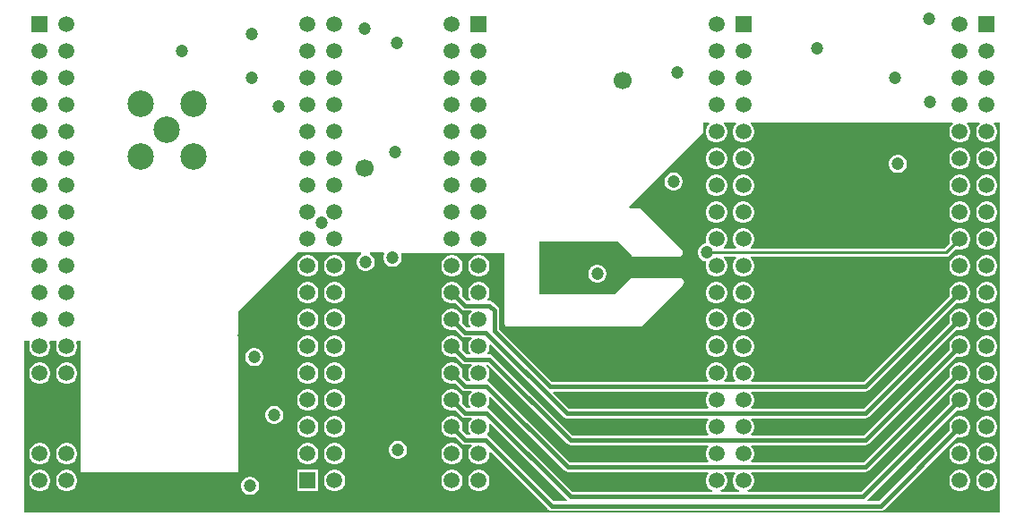
<source format=gbl>
G04*
G04 #@! TF.GenerationSoftware,Altium Limited,Altium Designer,22.4.2 (48)*
G04*
G04 Layer_Physical_Order=4*
G04 Layer_Color=16711680*
%FSLAX25Y25*%
%MOIN*%
G70*
G04*
G04 #@! TF.SameCoordinates,A1372B80-7F90-45E0-81BA-4B50B0F9D5F8*
G04*
G04*
G04 #@! TF.FilePolarity,Positive*
G04*
G01*
G75*
%ADD10C,0.00984*%
%ADD24C,0.01968*%
%ADD33C,0.01575*%
%ADD35C,0.05906*%
%ADD36R,0.05906X0.05906*%
%ADD37C,0.09843*%
%ADD38C,0.04724*%
%ADD39C,0.06693*%
G36*
X95500Y-181896D02*
X-267500D01*
Y-118000D01*
X-265734D01*
X-265448Y-118403D01*
X-265462Y-118500D01*
X-265724Y-119480D01*
Y-120520D01*
X-265455Y-121526D01*
X-264935Y-122427D01*
X-264199Y-123163D01*
X-263297Y-123683D01*
X-262292Y-123953D01*
X-261251D01*
X-260246Y-123683D01*
X-259345Y-123163D01*
X-258609Y-122427D01*
X-258088Y-121526D01*
X-257819Y-120520D01*
Y-119480D01*
X-258081Y-118500D01*
X-258095Y-118403D01*
X-257810Y-118000D01*
X-255734D01*
X-255448Y-118403D01*
X-255462Y-118500D01*
X-255724Y-119480D01*
Y-120520D01*
X-255455Y-121526D01*
X-254935Y-122427D01*
X-254199Y-123163D01*
X-253297Y-123683D01*
X-252292Y-123953D01*
X-251251D01*
X-250246Y-123683D01*
X-249345Y-123163D01*
X-248609Y-122427D01*
X-248088Y-121526D01*
X-247819Y-120520D01*
Y-119480D01*
X-248081Y-118500D01*
X-248095Y-118403D01*
X-247810Y-118000D01*
X-246500D01*
Y-167000D01*
X-188000D01*
Y-107000D01*
X-166000Y-85000D01*
X-142222Y-85035D01*
X-142089Y-85535D01*
X-142564Y-85810D01*
X-143190Y-86436D01*
X-143633Y-87202D01*
X-143862Y-88057D01*
Y-88943D01*
X-143633Y-89798D01*
X-143190Y-90564D01*
X-142564Y-91190D01*
X-141798Y-91633D01*
X-140943Y-91862D01*
X-140057D01*
X-139202Y-91633D01*
X-138436Y-91190D01*
X-137810Y-90564D01*
X-137367Y-89798D01*
X-137138Y-88943D01*
Y-88057D01*
X-137367Y-87202D01*
X-137810Y-86436D01*
X-138436Y-85810D01*
X-138903Y-85540D01*
X-138769Y-85040D01*
X-133755Y-85047D01*
X-133505Y-85480D01*
X-133633Y-85702D01*
X-133862Y-86557D01*
Y-87443D01*
X-133633Y-88298D01*
X-133190Y-89064D01*
X-132564Y-89690D01*
X-131798Y-90133D01*
X-130943Y-90362D01*
X-130057D01*
X-129202Y-90133D01*
X-128436Y-89690D01*
X-127810Y-89064D01*
X-127367Y-88298D01*
X-127138Y-87443D01*
Y-86557D01*
X-127367Y-85702D01*
X-127490Y-85489D01*
X-127240Y-85057D01*
X-116807Y-85072D01*
X-89029Y-85113D01*
Y-111000D01*
X-88913Y-111585D01*
X-88581Y-112081D01*
X-88085Y-112413D01*
X-87500Y-112529D01*
X-38500D01*
X-37915Y-112413D01*
X-37419Y-112081D01*
X-22419Y-97081D01*
X-22087Y-96585D01*
X-21971Y-96000D01*
X-22087Y-95415D01*
X-22419Y-94919D01*
X-22915Y-94587D01*
X-23500Y-94471D01*
X-41000D01*
X-41585Y-94587D01*
X-42081Y-94919D01*
X-47633Y-100471D01*
X-75971D01*
Y-81029D01*
X-46633D01*
X-41581Y-86081D01*
X-41085Y-86413D01*
X-40500Y-86529D01*
X-24000D01*
X-23415Y-86413D01*
X-22919Y-86081D01*
X-22587Y-85585D01*
X-22471Y-85000D01*
X-22587Y-84415D01*
X-22919Y-83919D01*
X-37919Y-68919D01*
X-38415Y-68587D01*
X-39000Y-68471D01*
X-42317D01*
X-42509Y-68009D01*
X-15000Y-40500D01*
X-15000Y-36500D01*
X-12797D01*
X-12590Y-37000D01*
X-13163Y-37573D01*
X-13683Y-38474D01*
X-13953Y-39480D01*
Y-40520D01*
X-13683Y-41526D01*
X-13163Y-42427D01*
X-12427Y-43163D01*
X-11526Y-43683D01*
X-10520Y-43953D01*
X-9480D01*
X-8474Y-43683D01*
X-7573Y-43163D01*
X-6837Y-42427D01*
X-6317Y-41526D01*
X-6047Y-40520D01*
Y-39480D01*
X-6317Y-38474D01*
X-6837Y-37573D01*
X-7410Y-37000D01*
X-7203Y-36500D01*
X-2797D01*
X-2590Y-37000D01*
X-3163Y-37573D01*
X-3683Y-38474D01*
X-3953Y-39480D01*
Y-40520D01*
X-3683Y-41526D01*
X-3163Y-42427D01*
X-2427Y-43163D01*
X-1526Y-43683D01*
X-520Y-43953D01*
X520D01*
X1526Y-43683D01*
X2427Y-43163D01*
X3163Y-42427D01*
X3683Y-41526D01*
X3953Y-40520D01*
Y-39480D01*
X3683Y-38474D01*
X3163Y-37573D01*
X2590Y-37000D01*
X2797Y-36500D01*
X77754D01*
X77961Y-37000D01*
X77388Y-37573D01*
X76868Y-38474D01*
X76598Y-39480D01*
Y-40520D01*
X76868Y-41526D01*
X77388Y-42427D01*
X78124Y-43163D01*
X79026Y-43683D01*
X80031Y-43953D01*
X81072D01*
X82077Y-43683D01*
X82978Y-43163D01*
X83714Y-42427D01*
X84235Y-41526D01*
X84504Y-40520D01*
Y-39480D01*
X84235Y-38474D01*
X83714Y-37573D01*
X83141Y-37000D01*
X83348Y-36500D01*
X87754D01*
X87961Y-37000D01*
X87388Y-37573D01*
X86868Y-38474D01*
X86598Y-39480D01*
Y-40520D01*
X86868Y-41526D01*
X87388Y-42427D01*
X88124Y-43163D01*
X89025Y-43683D01*
X90031Y-43953D01*
X91072D01*
X92077Y-43683D01*
X92978Y-43163D01*
X93714Y-42427D01*
X94235Y-41526D01*
X94504Y-40520D01*
Y-39480D01*
X94235Y-38474D01*
X93714Y-37573D01*
X93141Y-37000D01*
X93348Y-36500D01*
X95500D01*
Y-181896D01*
D02*
G37*
%LPC*%
G36*
X91072Y-46047D02*
X90031D01*
X89025Y-46317D01*
X88124Y-46837D01*
X87388Y-47573D01*
X86868Y-48474D01*
X86598Y-49480D01*
Y-50520D01*
X86868Y-51526D01*
X87388Y-52427D01*
X88124Y-53163D01*
X89025Y-53683D01*
X90031Y-53953D01*
X91072D01*
X92077Y-53683D01*
X92978Y-53163D01*
X93714Y-52427D01*
X94235Y-51526D01*
X94504Y-50520D01*
Y-49480D01*
X94235Y-48474D01*
X93714Y-47573D01*
X92978Y-46837D01*
X92077Y-46317D01*
X91072Y-46047D01*
D02*
G37*
G36*
X81072D02*
X80031D01*
X79026Y-46317D01*
X78124Y-46837D01*
X77388Y-47573D01*
X76868Y-48474D01*
X76598Y-49480D01*
Y-50520D01*
X76868Y-51526D01*
X77388Y-52427D01*
X78124Y-53163D01*
X79026Y-53683D01*
X80031Y-53953D01*
X81072D01*
X82077Y-53683D01*
X82978Y-53163D01*
X83714Y-52427D01*
X84235Y-51526D01*
X84504Y-50520D01*
Y-49480D01*
X84235Y-48474D01*
X83714Y-47573D01*
X82978Y-46837D01*
X82077Y-46317D01*
X81072Y-46047D01*
D02*
G37*
G36*
X520D02*
X-520D01*
X-1526Y-46317D01*
X-2427Y-46837D01*
X-3163Y-47573D01*
X-3683Y-48474D01*
X-3953Y-49480D01*
Y-50520D01*
X-3683Y-51526D01*
X-3163Y-52427D01*
X-2427Y-53163D01*
X-1526Y-53683D01*
X-520Y-53953D01*
X520D01*
X1526Y-53683D01*
X2427Y-53163D01*
X3163Y-52427D01*
X3683Y-51526D01*
X3953Y-50520D01*
Y-49480D01*
X3683Y-48474D01*
X3163Y-47573D01*
X2427Y-46837D01*
X1526Y-46317D01*
X520Y-46047D01*
D02*
G37*
G36*
X-9480D02*
X-10520D01*
X-11526Y-46317D01*
X-12427Y-46837D01*
X-13163Y-47573D01*
X-13683Y-48474D01*
X-13953Y-49480D01*
Y-50520D01*
X-13683Y-51526D01*
X-13163Y-52427D01*
X-12427Y-53163D01*
X-11526Y-53683D01*
X-10520Y-53953D01*
X-9480D01*
X-8474Y-53683D01*
X-7573Y-53163D01*
X-6837Y-52427D01*
X-6317Y-51526D01*
X-6047Y-50520D01*
Y-49480D01*
X-6317Y-48474D01*
X-6837Y-47573D01*
X-7573Y-46837D01*
X-8474Y-46317D01*
X-9480Y-46047D01*
D02*
G37*
G36*
X57943Y-48638D02*
X57057D01*
X56202Y-48867D01*
X55436Y-49310D01*
X54810Y-49936D01*
X54367Y-50702D01*
X54138Y-51557D01*
Y-52443D01*
X54367Y-53298D01*
X54810Y-54064D01*
X55436Y-54690D01*
X56202Y-55133D01*
X57057Y-55362D01*
X57943D01*
X58798Y-55133D01*
X59564Y-54690D01*
X60190Y-54064D01*
X60633Y-53298D01*
X60862Y-52443D01*
Y-51557D01*
X60633Y-50702D01*
X60190Y-49936D01*
X59564Y-49310D01*
X58798Y-48867D01*
X57943Y-48638D01*
D02*
G37*
G36*
X-25557Y-55154D02*
X-26443D01*
X-27298Y-55383D01*
X-28064Y-55825D01*
X-28690Y-56451D01*
X-29133Y-57218D01*
X-29362Y-58073D01*
Y-58958D01*
X-29133Y-59813D01*
X-28690Y-60580D01*
X-28064Y-61206D01*
X-27298Y-61649D01*
X-26443Y-61878D01*
X-25557D01*
X-24702Y-61649D01*
X-23936Y-61206D01*
X-23310Y-60580D01*
X-22867Y-59813D01*
X-22638Y-58958D01*
Y-58073D01*
X-22867Y-57218D01*
X-23310Y-56451D01*
X-23936Y-55825D01*
X-24702Y-55383D01*
X-25557Y-55154D01*
D02*
G37*
G36*
X91072Y-56047D02*
X90031D01*
X89025Y-56317D01*
X88124Y-56837D01*
X87388Y-57573D01*
X86868Y-58474D01*
X86598Y-59480D01*
Y-60520D01*
X86868Y-61526D01*
X87388Y-62427D01*
X88124Y-63163D01*
X89025Y-63683D01*
X90031Y-63953D01*
X91072D01*
X92077Y-63683D01*
X92978Y-63163D01*
X93714Y-62427D01*
X94235Y-61526D01*
X94504Y-60520D01*
Y-59480D01*
X94235Y-58474D01*
X93714Y-57573D01*
X92978Y-56837D01*
X92077Y-56317D01*
X91072Y-56047D01*
D02*
G37*
G36*
X81072D02*
X80031D01*
X79026Y-56317D01*
X78124Y-56837D01*
X77388Y-57573D01*
X76868Y-58474D01*
X76598Y-59480D01*
Y-60520D01*
X76868Y-61526D01*
X77388Y-62427D01*
X78124Y-63163D01*
X79026Y-63683D01*
X80031Y-63953D01*
X81072D01*
X82077Y-63683D01*
X82978Y-63163D01*
X83714Y-62427D01*
X84235Y-61526D01*
X84504Y-60520D01*
Y-59480D01*
X84235Y-58474D01*
X83714Y-57573D01*
X82978Y-56837D01*
X82077Y-56317D01*
X81072Y-56047D01*
D02*
G37*
G36*
X520D02*
X-520D01*
X-1526Y-56317D01*
X-2427Y-56837D01*
X-3163Y-57573D01*
X-3683Y-58474D01*
X-3953Y-59480D01*
Y-60520D01*
X-3683Y-61526D01*
X-3163Y-62427D01*
X-2427Y-63163D01*
X-1526Y-63683D01*
X-520Y-63953D01*
X520D01*
X1526Y-63683D01*
X2427Y-63163D01*
X3163Y-62427D01*
X3683Y-61526D01*
X3953Y-60520D01*
Y-59480D01*
X3683Y-58474D01*
X3163Y-57573D01*
X2427Y-56837D01*
X1526Y-56317D01*
X520Y-56047D01*
D02*
G37*
G36*
X-9480D02*
X-10520D01*
X-11526Y-56317D01*
X-12427Y-56837D01*
X-13163Y-57573D01*
X-13683Y-58474D01*
X-13953Y-59480D01*
Y-60520D01*
X-13683Y-61526D01*
X-13163Y-62427D01*
X-12427Y-63163D01*
X-11526Y-63683D01*
X-10520Y-63953D01*
X-9480D01*
X-8474Y-63683D01*
X-7573Y-63163D01*
X-6837Y-62427D01*
X-6317Y-61526D01*
X-6047Y-60520D01*
Y-59480D01*
X-6317Y-58474D01*
X-6837Y-57573D01*
X-7573Y-56837D01*
X-8474Y-56317D01*
X-9480Y-56047D01*
D02*
G37*
G36*
X91072Y-66047D02*
X90031D01*
X89025Y-66317D01*
X88124Y-66837D01*
X87388Y-67573D01*
X86868Y-68474D01*
X86598Y-69480D01*
Y-70520D01*
X86868Y-71526D01*
X87388Y-72427D01*
X88124Y-73163D01*
X89025Y-73683D01*
X90031Y-73953D01*
X91072D01*
X92077Y-73683D01*
X92978Y-73163D01*
X93714Y-72427D01*
X94235Y-71526D01*
X94504Y-70520D01*
Y-69480D01*
X94235Y-68474D01*
X93714Y-67573D01*
X92978Y-66837D01*
X92077Y-66317D01*
X91072Y-66047D01*
D02*
G37*
G36*
X81072D02*
X80031D01*
X79026Y-66317D01*
X78124Y-66837D01*
X77388Y-67573D01*
X76868Y-68474D01*
X76598Y-69480D01*
Y-70520D01*
X76868Y-71526D01*
X77388Y-72427D01*
X78124Y-73163D01*
X79026Y-73683D01*
X80031Y-73953D01*
X81072D01*
X82077Y-73683D01*
X82978Y-73163D01*
X83714Y-72427D01*
X84235Y-71526D01*
X84504Y-70520D01*
Y-69480D01*
X84235Y-68474D01*
X83714Y-67573D01*
X82978Y-66837D01*
X82077Y-66317D01*
X81072Y-66047D01*
D02*
G37*
G36*
X520D02*
X-520D01*
X-1526Y-66317D01*
X-2427Y-66837D01*
X-3163Y-67573D01*
X-3683Y-68474D01*
X-3953Y-69480D01*
Y-70520D01*
X-3683Y-71526D01*
X-3163Y-72427D01*
X-2427Y-73163D01*
X-1526Y-73683D01*
X-520Y-73953D01*
X520D01*
X1526Y-73683D01*
X2427Y-73163D01*
X3163Y-72427D01*
X3683Y-71526D01*
X3953Y-70520D01*
Y-69480D01*
X3683Y-68474D01*
X3163Y-67573D01*
X2427Y-66837D01*
X1526Y-66317D01*
X520Y-66047D01*
D02*
G37*
G36*
X-9480D02*
X-10520D01*
X-11526Y-66317D01*
X-12427Y-66837D01*
X-13163Y-67573D01*
X-13683Y-68474D01*
X-13953Y-69480D01*
Y-70520D01*
X-13683Y-71526D01*
X-13163Y-72427D01*
X-12427Y-73163D01*
X-11526Y-73683D01*
X-10520Y-73953D01*
X-9480D01*
X-8474Y-73683D01*
X-7573Y-73163D01*
X-6837Y-72427D01*
X-6317Y-71526D01*
X-6047Y-70520D01*
Y-69480D01*
X-6317Y-68474D01*
X-6837Y-67573D01*
X-7573Y-66837D01*
X-8474Y-66317D01*
X-9480Y-66047D01*
D02*
G37*
G36*
X81072Y-76047D02*
X80031D01*
X79026Y-76317D01*
X78124Y-76837D01*
X77388Y-77573D01*
X76868Y-78474D01*
X76598Y-79480D01*
Y-80520D01*
X76868Y-81526D01*
X76870Y-81530D01*
X74921Y-83479D01*
X2819D01*
X2611Y-82979D01*
X3163Y-82427D01*
X3683Y-81526D01*
X3953Y-80520D01*
Y-79480D01*
X3683Y-78474D01*
X3163Y-77573D01*
X2427Y-76837D01*
X1526Y-76317D01*
X520Y-76047D01*
X-520D01*
X-1526Y-76317D01*
X-2427Y-76837D01*
X-3163Y-77573D01*
X-3683Y-78474D01*
X-3953Y-79480D01*
Y-80520D01*
X-3683Y-81526D01*
X-3163Y-82427D01*
X-2611Y-82979D01*
X-2819Y-83479D01*
X-7181D01*
X-7389Y-82979D01*
X-6837Y-82427D01*
X-6317Y-81526D01*
X-6047Y-80520D01*
Y-79480D01*
X-6317Y-78474D01*
X-6837Y-77573D01*
X-7573Y-76837D01*
X-8474Y-76317D01*
X-9480Y-76047D01*
X-10520D01*
X-11526Y-76317D01*
X-12427Y-76837D01*
X-13163Y-77573D01*
X-13683Y-78474D01*
X-13953Y-79480D01*
Y-80520D01*
X-13787Y-81138D01*
X-13935Y-81617D01*
X-14128Y-81688D01*
X-14796Y-81867D01*
X-15563Y-82310D01*
X-16189Y-82936D01*
X-16632Y-83702D01*
X-16861Y-84557D01*
Y-85443D01*
X-16632Y-86298D01*
X-16189Y-87064D01*
X-15563Y-87690D01*
X-14796Y-88133D01*
X-14128Y-88312D01*
X-13935Y-88383D01*
X-13787Y-88862D01*
X-13953Y-89480D01*
Y-90520D01*
X-13683Y-91526D01*
X-13163Y-92427D01*
X-12427Y-93163D01*
X-11526Y-93683D01*
X-10520Y-93953D01*
X-9480D01*
X-8474Y-93683D01*
X-7573Y-93163D01*
X-6837Y-92427D01*
X-6317Y-91526D01*
X-6047Y-90520D01*
Y-89480D01*
X-6317Y-88474D01*
X-6837Y-87573D01*
X-7389Y-87021D01*
X-7181Y-86521D01*
X-2819D01*
X-2611Y-87021D01*
X-3163Y-87573D01*
X-3683Y-88474D01*
X-3953Y-89480D01*
Y-90520D01*
X-3683Y-91526D01*
X-3163Y-92427D01*
X-2427Y-93163D01*
X-1526Y-93683D01*
X-520Y-93953D01*
X520D01*
X1526Y-93683D01*
X2427Y-93163D01*
X3163Y-92427D01*
X3683Y-91526D01*
X3953Y-90520D01*
Y-89480D01*
X3683Y-88474D01*
X3163Y-87573D01*
X2611Y-87021D01*
X2819Y-86521D01*
X75551D01*
X76133Y-86405D01*
X76627Y-86076D01*
X79022Y-83681D01*
X79026Y-83683D01*
X80031Y-83953D01*
X81072D01*
X82077Y-83683D01*
X82978Y-83163D01*
X83714Y-82427D01*
X84235Y-81526D01*
X84504Y-80520D01*
Y-79480D01*
X84235Y-78474D01*
X83714Y-77573D01*
X82978Y-76837D01*
X82077Y-76317D01*
X81072Y-76047D01*
D02*
G37*
G36*
X91072D02*
X90031D01*
X89025Y-76317D01*
X88124Y-76837D01*
X87388Y-77573D01*
X86868Y-78474D01*
X86598Y-79480D01*
Y-80520D01*
X86868Y-81526D01*
X87388Y-82427D01*
X88124Y-83163D01*
X89025Y-83683D01*
X90031Y-83953D01*
X91072D01*
X92077Y-83683D01*
X92978Y-83163D01*
X93714Y-82427D01*
X94235Y-81526D01*
X94504Y-80520D01*
Y-79480D01*
X94235Y-78474D01*
X93714Y-77573D01*
X92978Y-76837D01*
X92077Y-76317D01*
X91072Y-76047D01*
D02*
G37*
G36*
Y-86047D02*
X90031D01*
X89025Y-86317D01*
X88124Y-86837D01*
X87388Y-87573D01*
X86868Y-88474D01*
X86598Y-89480D01*
Y-90520D01*
X86868Y-91526D01*
X87388Y-92427D01*
X88124Y-93163D01*
X89025Y-93683D01*
X90031Y-93953D01*
X91072D01*
X92077Y-93683D01*
X92978Y-93163D01*
X93714Y-92427D01*
X94235Y-91526D01*
X94504Y-90520D01*
Y-89480D01*
X94235Y-88474D01*
X93714Y-87573D01*
X92978Y-86837D01*
X92077Y-86317D01*
X91072Y-86047D01*
D02*
G37*
G36*
X81072D02*
X80031D01*
X79026Y-86317D01*
X78124Y-86837D01*
X77388Y-87573D01*
X76868Y-88474D01*
X76598Y-89480D01*
Y-90520D01*
X76868Y-91526D01*
X77388Y-92427D01*
X78124Y-93163D01*
X79026Y-93683D01*
X80031Y-93953D01*
X81072D01*
X82077Y-93683D01*
X82978Y-93163D01*
X83714Y-92427D01*
X84235Y-91526D01*
X84504Y-90520D01*
Y-89480D01*
X84235Y-88474D01*
X83714Y-87573D01*
X82978Y-86837D01*
X82077Y-86317D01*
X81072Y-86047D01*
D02*
G37*
G36*
X-97905D02*
X-98946D01*
X-99951Y-86317D01*
X-100852Y-86837D01*
X-101588Y-87573D01*
X-102109Y-88474D01*
X-102378Y-89480D01*
Y-90520D01*
X-102109Y-91526D01*
X-101588Y-92427D01*
X-100852Y-93163D01*
X-99951Y-93683D01*
X-98946Y-93953D01*
X-97905D01*
X-96899Y-93683D01*
X-95998Y-93163D01*
X-95262Y-92427D01*
X-94742Y-91526D01*
X-94472Y-90520D01*
Y-89480D01*
X-94742Y-88474D01*
X-95262Y-87573D01*
X-95998Y-86837D01*
X-96899Y-86317D01*
X-97905Y-86047D01*
D02*
G37*
G36*
X-107905D02*
X-108946D01*
X-109951Y-86317D01*
X-110852Y-86837D01*
X-111588Y-87573D01*
X-112109Y-88474D01*
X-112378Y-89480D01*
Y-90520D01*
X-112109Y-91526D01*
X-111588Y-92427D01*
X-110852Y-93163D01*
X-109951Y-93683D01*
X-108946Y-93953D01*
X-107905D01*
X-106899Y-93683D01*
X-105998Y-93163D01*
X-105262Y-92427D01*
X-104742Y-91526D01*
X-104472Y-90520D01*
Y-89480D01*
X-104742Y-88474D01*
X-105262Y-87573D01*
X-105998Y-86837D01*
X-106899Y-86317D01*
X-107905Y-86047D01*
D02*
G37*
G36*
X-151567D02*
X-152607D01*
X-153613Y-86317D01*
X-154514Y-86837D01*
X-155250Y-87573D01*
X-155770Y-88474D01*
X-156040Y-89480D01*
Y-90520D01*
X-155770Y-91526D01*
X-155250Y-92427D01*
X-154514Y-93163D01*
X-153613Y-93683D01*
X-152607Y-93953D01*
X-151567D01*
X-150561Y-93683D01*
X-149660Y-93163D01*
X-148924Y-92427D01*
X-148404Y-91526D01*
X-148134Y-90520D01*
Y-89480D01*
X-148404Y-88474D01*
X-148924Y-87573D01*
X-149660Y-86837D01*
X-150561Y-86317D01*
X-151567Y-86047D01*
D02*
G37*
G36*
X-161566D02*
X-162607D01*
X-163613Y-86317D01*
X-164514Y-86837D01*
X-165250Y-87573D01*
X-165770Y-88474D01*
X-166040Y-89480D01*
Y-90520D01*
X-165770Y-91526D01*
X-165250Y-92427D01*
X-164514Y-93163D01*
X-163613Y-93683D01*
X-162607Y-93953D01*
X-161566D01*
X-160561Y-93683D01*
X-159660Y-93163D01*
X-158924Y-92427D01*
X-158404Y-91526D01*
X-158134Y-90520D01*
Y-89480D01*
X-158404Y-88474D01*
X-158924Y-87573D01*
X-159660Y-86837D01*
X-160561Y-86317D01*
X-161566Y-86047D01*
D02*
G37*
G36*
X-53922Y-89502D02*
X-54807D01*
X-55662Y-89731D01*
X-56429Y-90174D01*
X-57055Y-90800D01*
X-57497Y-91566D01*
X-57726Y-92422D01*
Y-93307D01*
X-57497Y-94162D01*
X-57055Y-94929D01*
X-56429Y-95555D01*
X-55662Y-95997D01*
X-54807Y-96226D01*
X-53922D01*
X-53066Y-95997D01*
X-52300Y-95555D01*
X-51674Y-94929D01*
X-51231Y-94162D01*
X-51002Y-93307D01*
Y-92422D01*
X-51231Y-91566D01*
X-51674Y-90800D01*
X-52300Y-90174D01*
X-53066Y-89731D01*
X-53922Y-89502D01*
D02*
G37*
G36*
X91072Y-96047D02*
X90031D01*
X89025Y-96317D01*
X88124Y-96837D01*
X87388Y-97573D01*
X86868Y-98474D01*
X86598Y-99480D01*
Y-100520D01*
X86868Y-101526D01*
X87388Y-102427D01*
X88124Y-103163D01*
X89025Y-103683D01*
X90031Y-103953D01*
X91072D01*
X92077Y-103683D01*
X92978Y-103163D01*
X93714Y-102427D01*
X94235Y-101526D01*
X94504Y-100520D01*
Y-99480D01*
X94235Y-98474D01*
X93714Y-97573D01*
X92978Y-96837D01*
X92077Y-96317D01*
X91072Y-96047D01*
D02*
G37*
G36*
X520D02*
X-520D01*
X-1526Y-96317D01*
X-2427Y-96837D01*
X-3163Y-97573D01*
X-3683Y-98474D01*
X-3953Y-99480D01*
Y-100520D01*
X-3683Y-101526D01*
X-3163Y-102427D01*
X-2427Y-103163D01*
X-1526Y-103683D01*
X-520Y-103953D01*
X520D01*
X1526Y-103683D01*
X2427Y-103163D01*
X3163Y-102427D01*
X3683Y-101526D01*
X3953Y-100520D01*
Y-99480D01*
X3683Y-98474D01*
X3163Y-97573D01*
X2427Y-96837D01*
X1526Y-96317D01*
X520Y-96047D01*
D02*
G37*
G36*
X-9480D02*
X-10520D01*
X-11526Y-96317D01*
X-12427Y-96837D01*
X-13163Y-97573D01*
X-13683Y-98474D01*
X-13953Y-99480D01*
Y-100520D01*
X-13683Y-101526D01*
X-13163Y-102427D01*
X-12427Y-103163D01*
X-11526Y-103683D01*
X-10520Y-103953D01*
X-9480D01*
X-8474Y-103683D01*
X-7573Y-103163D01*
X-6837Y-102427D01*
X-6317Y-101526D01*
X-6047Y-100520D01*
Y-99480D01*
X-6317Y-98474D01*
X-6837Y-97573D01*
X-7573Y-96837D01*
X-8474Y-96317D01*
X-9480Y-96047D01*
D02*
G37*
G36*
X-151567D02*
X-152607D01*
X-153613Y-96317D01*
X-154514Y-96837D01*
X-155250Y-97573D01*
X-155770Y-98474D01*
X-156040Y-99480D01*
Y-100520D01*
X-155770Y-101526D01*
X-155250Y-102427D01*
X-154514Y-103163D01*
X-153613Y-103683D01*
X-152607Y-103953D01*
X-151567D01*
X-150561Y-103683D01*
X-149660Y-103163D01*
X-148924Y-102427D01*
X-148404Y-101526D01*
X-148134Y-100520D01*
Y-99480D01*
X-148404Y-98474D01*
X-148924Y-97573D01*
X-149660Y-96837D01*
X-150561Y-96317D01*
X-151567Y-96047D01*
D02*
G37*
G36*
X-161566D02*
X-162607D01*
X-163613Y-96317D01*
X-164514Y-96837D01*
X-165250Y-97573D01*
X-165770Y-98474D01*
X-166040Y-99480D01*
Y-100520D01*
X-165770Y-101526D01*
X-165250Y-102427D01*
X-164514Y-103163D01*
X-163613Y-103683D01*
X-162607Y-103953D01*
X-161566D01*
X-160561Y-103683D01*
X-159660Y-103163D01*
X-158924Y-102427D01*
X-158404Y-101526D01*
X-158134Y-100520D01*
Y-99480D01*
X-158404Y-98474D01*
X-158924Y-97573D01*
X-159660Y-96837D01*
X-160561Y-96317D01*
X-161566Y-96047D01*
D02*
G37*
G36*
X91072Y-106047D02*
X90031D01*
X89025Y-106317D01*
X88124Y-106837D01*
X87388Y-107573D01*
X86868Y-108474D01*
X86598Y-109480D01*
Y-110520D01*
X86868Y-111526D01*
X87388Y-112427D01*
X88124Y-113163D01*
X89025Y-113683D01*
X90031Y-113953D01*
X91072D01*
X92077Y-113683D01*
X92978Y-113163D01*
X93714Y-112427D01*
X94235Y-111526D01*
X94504Y-110520D01*
Y-109480D01*
X94235Y-108474D01*
X93714Y-107573D01*
X92978Y-106837D01*
X92077Y-106317D01*
X91072Y-106047D01*
D02*
G37*
G36*
X520D02*
X-520D01*
X-1526Y-106317D01*
X-2427Y-106837D01*
X-3163Y-107573D01*
X-3683Y-108474D01*
X-3953Y-109480D01*
Y-110520D01*
X-3683Y-111526D01*
X-3163Y-112427D01*
X-2427Y-113163D01*
X-1526Y-113683D01*
X-520Y-113953D01*
X520D01*
X1526Y-113683D01*
X2427Y-113163D01*
X3163Y-112427D01*
X3683Y-111526D01*
X3953Y-110520D01*
Y-109480D01*
X3683Y-108474D01*
X3163Y-107573D01*
X2427Y-106837D01*
X1526Y-106317D01*
X520Y-106047D01*
D02*
G37*
G36*
X-9480D02*
X-10520D01*
X-11526Y-106317D01*
X-12427Y-106837D01*
X-13163Y-107573D01*
X-13683Y-108474D01*
X-13953Y-109480D01*
Y-110520D01*
X-13683Y-111526D01*
X-13163Y-112427D01*
X-12427Y-113163D01*
X-11526Y-113683D01*
X-10520Y-113953D01*
X-9480D01*
X-8474Y-113683D01*
X-7573Y-113163D01*
X-6837Y-112427D01*
X-6317Y-111526D01*
X-6047Y-110520D01*
Y-109480D01*
X-6317Y-108474D01*
X-6837Y-107573D01*
X-7573Y-106837D01*
X-8474Y-106317D01*
X-9480Y-106047D01*
D02*
G37*
G36*
X-151567D02*
X-152607D01*
X-153613Y-106317D01*
X-154514Y-106837D01*
X-155250Y-107573D01*
X-155770Y-108474D01*
X-156040Y-109480D01*
Y-110520D01*
X-155770Y-111526D01*
X-155250Y-112427D01*
X-154514Y-113163D01*
X-153613Y-113683D01*
X-152607Y-113953D01*
X-151567D01*
X-150561Y-113683D01*
X-149660Y-113163D01*
X-148924Y-112427D01*
X-148404Y-111526D01*
X-148134Y-110520D01*
Y-109480D01*
X-148404Y-108474D01*
X-148924Y-107573D01*
X-149660Y-106837D01*
X-150561Y-106317D01*
X-151567Y-106047D01*
D02*
G37*
G36*
X-161566D02*
X-162607D01*
X-163613Y-106317D01*
X-164514Y-106837D01*
X-165250Y-107573D01*
X-165770Y-108474D01*
X-166040Y-109480D01*
Y-110520D01*
X-165770Y-111526D01*
X-165250Y-112427D01*
X-164514Y-113163D01*
X-163613Y-113683D01*
X-162607Y-113953D01*
X-161566D01*
X-160561Y-113683D01*
X-159660Y-113163D01*
X-158924Y-112427D01*
X-158404Y-111526D01*
X-158134Y-110520D01*
Y-109480D01*
X-158404Y-108474D01*
X-158924Y-107573D01*
X-159660Y-106837D01*
X-160561Y-106317D01*
X-161566Y-106047D01*
D02*
G37*
G36*
X91072Y-116047D02*
X90031D01*
X89025Y-116317D01*
X88124Y-116837D01*
X87388Y-117573D01*
X86868Y-118474D01*
X86598Y-119480D01*
Y-120520D01*
X86868Y-121526D01*
X87388Y-122427D01*
X88124Y-123163D01*
X89025Y-123683D01*
X90031Y-123953D01*
X91072D01*
X92077Y-123683D01*
X92978Y-123163D01*
X93714Y-122427D01*
X94235Y-121526D01*
X94504Y-120520D01*
Y-119480D01*
X94235Y-118474D01*
X93714Y-117573D01*
X92978Y-116837D01*
X92077Y-116317D01*
X91072Y-116047D01*
D02*
G37*
G36*
X520D02*
X-520D01*
X-1526Y-116317D01*
X-2427Y-116837D01*
X-3163Y-117573D01*
X-3683Y-118474D01*
X-3953Y-119480D01*
Y-120520D01*
X-3683Y-121526D01*
X-3163Y-122427D01*
X-2427Y-123163D01*
X-1526Y-123683D01*
X-520Y-123953D01*
X520D01*
X1526Y-123683D01*
X2427Y-123163D01*
X3163Y-122427D01*
X3683Y-121526D01*
X3953Y-120520D01*
Y-119480D01*
X3683Y-118474D01*
X3163Y-117573D01*
X2427Y-116837D01*
X1526Y-116317D01*
X520Y-116047D01*
D02*
G37*
G36*
X-9480D02*
X-10520D01*
X-11526Y-116317D01*
X-12427Y-116837D01*
X-13163Y-117573D01*
X-13683Y-118474D01*
X-13953Y-119480D01*
Y-120520D01*
X-13683Y-121526D01*
X-13163Y-122427D01*
X-12427Y-123163D01*
X-11526Y-123683D01*
X-10520Y-123953D01*
X-9480D01*
X-8474Y-123683D01*
X-7573Y-123163D01*
X-6837Y-122427D01*
X-6317Y-121526D01*
X-6047Y-120520D01*
Y-119480D01*
X-6317Y-118474D01*
X-6837Y-117573D01*
X-7573Y-116837D01*
X-8474Y-116317D01*
X-9480Y-116047D01*
D02*
G37*
G36*
X-151567D02*
X-152607D01*
X-153613Y-116317D01*
X-154514Y-116837D01*
X-155250Y-117573D01*
X-155770Y-118474D01*
X-156040Y-119480D01*
Y-120520D01*
X-155770Y-121526D01*
X-155250Y-122427D01*
X-154514Y-123163D01*
X-153613Y-123683D01*
X-152607Y-123953D01*
X-151567D01*
X-150561Y-123683D01*
X-149660Y-123163D01*
X-148924Y-122427D01*
X-148404Y-121526D01*
X-148134Y-120520D01*
Y-119480D01*
X-148404Y-118474D01*
X-148924Y-117573D01*
X-149660Y-116837D01*
X-150561Y-116317D01*
X-151567Y-116047D01*
D02*
G37*
G36*
X-161566D02*
X-162607D01*
X-163613Y-116317D01*
X-164514Y-116837D01*
X-165250Y-117573D01*
X-165770Y-118474D01*
X-166040Y-119480D01*
Y-120520D01*
X-165770Y-121526D01*
X-165250Y-122427D01*
X-164514Y-123163D01*
X-163613Y-123683D01*
X-162607Y-123953D01*
X-161566D01*
X-160561Y-123683D01*
X-159660Y-123163D01*
X-158924Y-122427D01*
X-158404Y-121526D01*
X-158134Y-120520D01*
Y-119480D01*
X-158404Y-118474D01*
X-158924Y-117573D01*
X-159660Y-116837D01*
X-160561Y-116317D01*
X-161566Y-116047D01*
D02*
G37*
G36*
X-181557Y-120638D02*
X-182443D01*
X-183298Y-120867D01*
X-184064Y-121310D01*
X-184690Y-121936D01*
X-185133Y-122702D01*
X-185362Y-123557D01*
Y-124443D01*
X-185133Y-125298D01*
X-184690Y-126064D01*
X-184064Y-126690D01*
X-183298Y-127133D01*
X-182443Y-127362D01*
X-181557D01*
X-180702Y-127133D01*
X-179936Y-126690D01*
X-179310Y-126064D01*
X-178867Y-125298D01*
X-178638Y-124443D01*
Y-123557D01*
X-178867Y-122702D01*
X-179310Y-121936D01*
X-179936Y-121310D01*
X-180702Y-120867D01*
X-181557Y-120638D01*
D02*
G37*
G36*
X81072Y-96047D02*
X80031D01*
X79026Y-96317D01*
X78124Y-96837D01*
X77388Y-97573D01*
X76868Y-98474D01*
X76598Y-99480D01*
Y-100520D01*
X76779Y-101195D01*
X44796Y-133178D01*
X3120D01*
X2912Y-132678D01*
X3163Y-132427D01*
X3683Y-131526D01*
X3953Y-130520D01*
Y-129480D01*
X3683Y-128474D01*
X3163Y-127573D01*
X2427Y-126837D01*
X1526Y-126317D01*
X520Y-126047D01*
X-520D01*
X-1526Y-126317D01*
X-2427Y-126837D01*
X-3163Y-127573D01*
X-3683Y-128474D01*
X-3953Y-129480D01*
Y-130520D01*
X-3683Y-131526D01*
X-3163Y-132427D01*
X-2912Y-132678D01*
X-3120Y-133178D01*
X-6880D01*
X-7087Y-132678D01*
X-6837Y-132427D01*
X-6317Y-131526D01*
X-6047Y-130520D01*
Y-129480D01*
X-6317Y-128474D01*
X-6837Y-127573D01*
X-7573Y-126837D01*
X-8474Y-126317D01*
X-9480Y-126047D01*
X-10520D01*
X-11526Y-126317D01*
X-12427Y-126837D01*
X-13163Y-127573D01*
X-13683Y-128474D01*
X-13953Y-129480D01*
Y-130520D01*
X-13683Y-131526D01*
X-13163Y-132427D01*
X-12912Y-132678D01*
X-13120Y-133178D01*
X-71245D01*
X-90790Y-113633D01*
Y-106612D01*
X-90790Y-106612D01*
X-90929Y-105915D01*
X-91324Y-105324D01*
X-91324Y-105324D01*
X-93211Y-103436D01*
X-93803Y-103041D01*
X-94500Y-102902D01*
X-94500Y-102902D01*
X-95084D01*
X-95181Y-102666D01*
X-95248Y-102402D01*
X-94742Y-101526D01*
X-94472Y-100520D01*
Y-99480D01*
X-94742Y-98474D01*
X-95262Y-97573D01*
X-95998Y-96837D01*
X-96899Y-96317D01*
X-97905Y-96047D01*
X-98946D01*
X-99951Y-96317D01*
X-100852Y-96837D01*
X-101588Y-97573D01*
X-102109Y-98474D01*
X-102378Y-99480D01*
Y-100520D01*
X-102109Y-101526D01*
X-101603Y-102402D01*
X-101669Y-102666D01*
X-101767Y-102902D01*
X-102946D01*
X-104653Y-101195D01*
X-104472Y-100520D01*
Y-99480D01*
X-104742Y-98474D01*
X-105262Y-97573D01*
X-105998Y-96837D01*
X-106899Y-96317D01*
X-107905Y-96047D01*
X-108946D01*
X-109951Y-96317D01*
X-110852Y-96837D01*
X-111588Y-97573D01*
X-112109Y-98474D01*
X-112378Y-99480D01*
Y-100520D01*
X-112109Y-101526D01*
X-111588Y-102427D01*
X-110852Y-103163D01*
X-109951Y-103683D01*
X-108946Y-103953D01*
X-107905D01*
X-107230Y-103772D01*
X-104990Y-106013D01*
X-104989Y-106013D01*
X-104398Y-106408D01*
X-103701Y-106547D01*
X-101269D01*
X-101062Y-107047D01*
X-101588Y-107573D01*
X-102109Y-108474D01*
X-102378Y-109480D01*
Y-110520D01*
X-102109Y-111526D01*
X-101603Y-112402D01*
X-101669Y-112666D01*
X-101767Y-112902D01*
X-102946D01*
X-104653Y-111195D01*
X-104472Y-110520D01*
Y-109480D01*
X-104742Y-108474D01*
X-105262Y-107573D01*
X-105998Y-106837D01*
X-106899Y-106317D01*
X-107905Y-106047D01*
X-108946D01*
X-109951Y-106317D01*
X-110852Y-106837D01*
X-111588Y-107573D01*
X-112109Y-108474D01*
X-112378Y-109480D01*
Y-110520D01*
X-112109Y-111526D01*
X-111588Y-112427D01*
X-110852Y-113163D01*
X-109951Y-113683D01*
X-108946Y-113953D01*
X-107905D01*
X-107230Y-113772D01*
X-104990Y-116013D01*
X-104989Y-116013D01*
X-104398Y-116408D01*
X-103701Y-116547D01*
X-101269D01*
X-101062Y-117047D01*
X-101588Y-117573D01*
X-102109Y-118474D01*
X-102378Y-119480D01*
Y-120520D01*
X-102109Y-121526D01*
X-101603Y-122402D01*
X-101669Y-122667D01*
X-101767Y-122902D01*
X-102946D01*
X-104653Y-121195D01*
X-104472Y-120520D01*
Y-119480D01*
X-104742Y-118474D01*
X-105262Y-117573D01*
X-105998Y-116837D01*
X-106899Y-116317D01*
X-107905Y-116047D01*
X-108946D01*
X-109951Y-116317D01*
X-110852Y-116837D01*
X-111588Y-117573D01*
X-112109Y-118474D01*
X-112378Y-119480D01*
Y-120520D01*
X-112109Y-121526D01*
X-111588Y-122427D01*
X-110852Y-123163D01*
X-109951Y-123683D01*
X-108946Y-123953D01*
X-107905D01*
X-107230Y-123772D01*
X-104990Y-126013D01*
X-104989Y-126013D01*
X-104398Y-126408D01*
X-103701Y-126547D01*
X-101269D01*
X-101062Y-127047D01*
X-101588Y-127573D01*
X-102109Y-128474D01*
X-102378Y-129480D01*
Y-130520D01*
X-102109Y-131526D01*
X-101603Y-132402D01*
X-101669Y-132667D01*
X-101767Y-132902D01*
X-102946D01*
X-104653Y-131195D01*
X-104472Y-130520D01*
Y-129480D01*
X-104742Y-128474D01*
X-105262Y-127573D01*
X-105998Y-126837D01*
X-106899Y-126317D01*
X-107905Y-126047D01*
X-108946D01*
X-109951Y-126317D01*
X-110852Y-126837D01*
X-111588Y-127573D01*
X-112109Y-128474D01*
X-112378Y-129480D01*
Y-130520D01*
X-112109Y-131526D01*
X-111588Y-132427D01*
X-110852Y-133163D01*
X-109951Y-133683D01*
X-108946Y-133953D01*
X-107905D01*
X-107230Y-133772D01*
X-104990Y-136013D01*
X-104989Y-136013D01*
X-104398Y-136408D01*
X-103701Y-136547D01*
X-101269D01*
X-101062Y-137047D01*
X-101588Y-137573D01*
X-102109Y-138474D01*
X-102378Y-139480D01*
Y-140520D01*
X-102109Y-141526D01*
X-101603Y-142402D01*
X-101669Y-142666D01*
X-101767Y-142902D01*
X-102946D01*
X-104653Y-141195D01*
X-104472Y-140520D01*
Y-139480D01*
X-104742Y-138474D01*
X-105262Y-137573D01*
X-105998Y-136837D01*
X-106899Y-136317D01*
X-107905Y-136047D01*
X-108946D01*
X-109951Y-136317D01*
X-110852Y-136837D01*
X-111588Y-137573D01*
X-112109Y-138474D01*
X-112378Y-139480D01*
Y-140520D01*
X-112109Y-141526D01*
X-111588Y-142427D01*
X-110852Y-143163D01*
X-109951Y-143683D01*
X-108946Y-143953D01*
X-107905D01*
X-107230Y-143772D01*
X-104990Y-146013D01*
X-104989Y-146013D01*
X-104398Y-146408D01*
X-103701Y-146547D01*
X-101269D01*
X-101062Y-147047D01*
X-101588Y-147573D01*
X-102109Y-148474D01*
X-102378Y-149480D01*
Y-150520D01*
X-102109Y-151526D01*
X-101603Y-152402D01*
X-101669Y-152666D01*
X-101767Y-152902D01*
X-102946D01*
X-104653Y-151195D01*
X-104472Y-150520D01*
Y-149480D01*
X-104742Y-148474D01*
X-105262Y-147573D01*
X-105998Y-146837D01*
X-106899Y-146317D01*
X-107905Y-146047D01*
X-108946D01*
X-109951Y-146317D01*
X-110852Y-146837D01*
X-111588Y-147573D01*
X-112109Y-148474D01*
X-112378Y-149480D01*
Y-150520D01*
X-112109Y-151526D01*
X-111588Y-152427D01*
X-110852Y-153163D01*
X-109951Y-153683D01*
X-108946Y-153953D01*
X-107905D01*
X-107230Y-153772D01*
X-104990Y-156013D01*
X-104989Y-156013D01*
X-104398Y-156408D01*
X-103701Y-156547D01*
X-101269D01*
X-101062Y-157047D01*
X-101588Y-157573D01*
X-102109Y-158474D01*
X-102378Y-159480D01*
Y-160520D01*
X-102109Y-161526D01*
X-101588Y-162427D01*
X-100852Y-163163D01*
X-99951Y-163683D01*
X-98946Y-163953D01*
X-97905D01*
X-96899Y-163683D01*
X-95998Y-163163D01*
X-95262Y-162427D01*
X-94742Y-161526D01*
X-94472Y-160520D01*
Y-159536D01*
X-94213Y-159330D01*
X-94060Y-159242D01*
X-72513Y-180789D01*
X-72513Y-180789D01*
X-71922Y-181184D01*
X-71224Y-181322D01*
X-71224Y-181322D01*
X51051D01*
X51051Y-181322D01*
X51749Y-181184D01*
X52340Y-180789D01*
X79356Y-153772D01*
X80031Y-153953D01*
X81072D01*
X82077Y-153683D01*
X82978Y-153163D01*
X83714Y-152427D01*
X84235Y-151526D01*
X84504Y-150520D01*
Y-149480D01*
X84235Y-148474D01*
X83714Y-147573D01*
X82978Y-146837D01*
X82077Y-146317D01*
X81072Y-146047D01*
X80031D01*
X79026Y-146317D01*
X78124Y-146837D01*
X77388Y-147573D01*
X76868Y-148474D01*
X76598Y-149480D01*
Y-150520D01*
X76779Y-151195D01*
X50296Y-177678D01*
X46108D01*
X45951Y-177178D01*
X79356Y-143772D01*
X80031Y-143953D01*
X81072D01*
X82077Y-143683D01*
X82978Y-143163D01*
X83714Y-142427D01*
X84235Y-141526D01*
X84504Y-140520D01*
Y-139480D01*
X84235Y-138474D01*
X83714Y-137573D01*
X82978Y-136837D01*
X82077Y-136317D01*
X81072Y-136047D01*
X80031D01*
X79026Y-136317D01*
X78124Y-136837D01*
X77388Y-137573D01*
X76868Y-138474D01*
X76598Y-139480D01*
Y-140520D01*
X76779Y-141195D01*
X43796Y-174178D01*
X1613D01*
X1526Y-173683D01*
X2427Y-173163D01*
X3163Y-172427D01*
X3683Y-171526D01*
X3953Y-170520D01*
Y-169480D01*
X3683Y-168474D01*
X3163Y-167573D01*
X2912Y-167322D01*
X3120Y-166822D01*
X45551D01*
X45551Y-166822D01*
X46249Y-166684D01*
X46840Y-166289D01*
X79356Y-133772D01*
X80031Y-133953D01*
X81072D01*
X82077Y-133683D01*
X82978Y-133163D01*
X83714Y-132427D01*
X84235Y-131526D01*
X84504Y-130520D01*
Y-129480D01*
X84235Y-128474D01*
X83714Y-127573D01*
X82978Y-126837D01*
X82077Y-126317D01*
X81072Y-126047D01*
X80031D01*
X79026Y-126317D01*
X78124Y-126837D01*
X77388Y-127573D01*
X76868Y-128474D01*
X76598Y-129480D01*
Y-130520D01*
X76779Y-131195D01*
X44796Y-163178D01*
X3120D01*
X2912Y-162678D01*
X3163Y-162427D01*
X3683Y-161526D01*
X3953Y-160520D01*
Y-159480D01*
X3683Y-158474D01*
X3163Y-157573D01*
X2912Y-157322D01*
X3120Y-156822D01*
X45551D01*
X45551Y-156822D01*
X46249Y-156684D01*
X46840Y-156289D01*
X79356Y-123772D01*
X80031Y-123953D01*
X81072D01*
X82077Y-123683D01*
X82978Y-123163D01*
X83714Y-122427D01*
X84235Y-121526D01*
X84504Y-120520D01*
Y-119480D01*
X84235Y-118474D01*
X83714Y-117573D01*
X82978Y-116837D01*
X82077Y-116317D01*
X81072Y-116047D01*
X80031D01*
X79026Y-116317D01*
X78124Y-116837D01*
X77388Y-117573D01*
X76868Y-118474D01*
X76598Y-119480D01*
Y-120520D01*
X76779Y-121195D01*
X44796Y-153178D01*
X3120D01*
X2912Y-152678D01*
X3163Y-152427D01*
X3683Y-151526D01*
X3953Y-150520D01*
Y-149480D01*
X3683Y-148474D01*
X3163Y-147573D01*
X2912Y-147322D01*
X3120Y-146822D01*
X45551D01*
X45551Y-146822D01*
X46249Y-146684D01*
X46840Y-146289D01*
X79356Y-113772D01*
X80031Y-113953D01*
X81072D01*
X82077Y-113683D01*
X82978Y-113163D01*
X83714Y-112427D01*
X84235Y-111526D01*
X84504Y-110520D01*
Y-109480D01*
X84235Y-108474D01*
X83714Y-107573D01*
X82978Y-106837D01*
X82077Y-106317D01*
X81072Y-106047D01*
X80031D01*
X79026Y-106317D01*
X78124Y-106837D01*
X77388Y-107573D01*
X76868Y-108474D01*
X76598Y-109480D01*
Y-110520D01*
X76779Y-111195D01*
X44796Y-143178D01*
X3120D01*
X2912Y-142678D01*
X3163Y-142427D01*
X3683Y-141526D01*
X3953Y-140520D01*
Y-139480D01*
X3683Y-138474D01*
X3163Y-137573D01*
X2912Y-137322D01*
X3120Y-136822D01*
X45551D01*
X45551Y-136822D01*
X46249Y-136684D01*
X46840Y-136289D01*
X79356Y-103772D01*
X80031Y-103953D01*
X81072D01*
X82077Y-103683D01*
X82978Y-103163D01*
X83714Y-102427D01*
X84235Y-101526D01*
X84504Y-100520D01*
Y-99480D01*
X84235Y-98474D01*
X83714Y-97573D01*
X82978Y-96837D01*
X82077Y-96317D01*
X81072Y-96047D01*
D02*
G37*
G36*
X91072Y-126047D02*
X90031D01*
X89025Y-126317D01*
X88124Y-126837D01*
X87388Y-127573D01*
X86868Y-128474D01*
X86598Y-129480D01*
Y-130520D01*
X86868Y-131526D01*
X87388Y-132427D01*
X88124Y-133163D01*
X89025Y-133683D01*
X90031Y-133953D01*
X91072D01*
X92077Y-133683D01*
X92978Y-133163D01*
X93714Y-132427D01*
X94235Y-131526D01*
X94504Y-130520D01*
Y-129480D01*
X94235Y-128474D01*
X93714Y-127573D01*
X92978Y-126837D01*
X92077Y-126317D01*
X91072Y-126047D01*
D02*
G37*
G36*
X-151567D02*
X-152607D01*
X-153613Y-126317D01*
X-154514Y-126837D01*
X-155250Y-127573D01*
X-155770Y-128474D01*
X-156040Y-129480D01*
Y-130520D01*
X-155770Y-131526D01*
X-155250Y-132427D01*
X-154514Y-133163D01*
X-153613Y-133683D01*
X-152607Y-133953D01*
X-151567D01*
X-150561Y-133683D01*
X-149660Y-133163D01*
X-148924Y-132427D01*
X-148404Y-131526D01*
X-148134Y-130520D01*
Y-129480D01*
X-148404Y-128474D01*
X-148924Y-127573D01*
X-149660Y-126837D01*
X-150561Y-126317D01*
X-151567Y-126047D01*
D02*
G37*
G36*
X-161566D02*
X-162607D01*
X-163613Y-126317D01*
X-164514Y-126837D01*
X-165250Y-127573D01*
X-165770Y-128474D01*
X-166040Y-129480D01*
Y-130520D01*
X-165770Y-131526D01*
X-165250Y-132427D01*
X-164514Y-133163D01*
X-163613Y-133683D01*
X-162607Y-133953D01*
X-161566D01*
X-160561Y-133683D01*
X-159660Y-133163D01*
X-158924Y-132427D01*
X-158404Y-131526D01*
X-158134Y-130520D01*
Y-129480D01*
X-158404Y-128474D01*
X-158924Y-127573D01*
X-159660Y-126837D01*
X-160561Y-126317D01*
X-161566Y-126047D01*
D02*
G37*
G36*
X-251251D02*
X-252292D01*
X-253297Y-126317D01*
X-254199Y-126837D01*
X-254935Y-127573D01*
X-255455Y-128474D01*
X-255724Y-129480D01*
Y-130520D01*
X-255455Y-131526D01*
X-254935Y-132427D01*
X-254199Y-133163D01*
X-253297Y-133683D01*
X-252292Y-133953D01*
X-251251D01*
X-250246Y-133683D01*
X-249345Y-133163D01*
X-248609Y-132427D01*
X-248088Y-131526D01*
X-247819Y-130520D01*
Y-129480D01*
X-248088Y-128474D01*
X-248609Y-127573D01*
X-249345Y-126837D01*
X-250246Y-126317D01*
X-251251Y-126047D01*
D02*
G37*
G36*
X-261251D02*
X-262292D01*
X-263297Y-126317D01*
X-264199Y-126837D01*
X-264935Y-127573D01*
X-265455Y-128474D01*
X-265724Y-129480D01*
Y-130520D01*
X-265455Y-131526D01*
X-264935Y-132427D01*
X-264199Y-133163D01*
X-263297Y-133683D01*
X-262292Y-133953D01*
X-261251D01*
X-260246Y-133683D01*
X-259345Y-133163D01*
X-258609Y-132427D01*
X-258088Y-131526D01*
X-257819Y-130520D01*
Y-129480D01*
X-258088Y-128474D01*
X-258609Y-127573D01*
X-259345Y-126837D01*
X-260246Y-126317D01*
X-261251Y-126047D01*
D02*
G37*
G36*
X91072Y-136047D02*
X90031D01*
X89025Y-136317D01*
X88124Y-136837D01*
X87388Y-137573D01*
X86868Y-138474D01*
X86598Y-139480D01*
Y-140520D01*
X86868Y-141526D01*
X87388Y-142427D01*
X88124Y-143163D01*
X89025Y-143683D01*
X90031Y-143953D01*
X91072D01*
X92077Y-143683D01*
X92978Y-143163D01*
X93714Y-142427D01*
X94235Y-141526D01*
X94504Y-140520D01*
Y-139480D01*
X94235Y-138474D01*
X93714Y-137573D01*
X92978Y-136837D01*
X92077Y-136317D01*
X91072Y-136047D01*
D02*
G37*
G36*
X-151567D02*
X-152607D01*
X-153613Y-136317D01*
X-154514Y-136837D01*
X-155250Y-137573D01*
X-155770Y-138474D01*
X-156040Y-139480D01*
Y-140520D01*
X-155770Y-141526D01*
X-155250Y-142427D01*
X-154514Y-143163D01*
X-153613Y-143683D01*
X-152607Y-143953D01*
X-151567D01*
X-150561Y-143683D01*
X-149660Y-143163D01*
X-148924Y-142427D01*
X-148404Y-141526D01*
X-148134Y-140520D01*
Y-139480D01*
X-148404Y-138474D01*
X-148924Y-137573D01*
X-149660Y-136837D01*
X-150561Y-136317D01*
X-151567Y-136047D01*
D02*
G37*
G36*
X-161566D02*
X-162607D01*
X-163613Y-136317D01*
X-164514Y-136837D01*
X-165250Y-137573D01*
X-165770Y-138474D01*
X-166040Y-139480D01*
Y-140520D01*
X-165770Y-141526D01*
X-165250Y-142427D01*
X-164514Y-143163D01*
X-163613Y-143683D01*
X-162607Y-143953D01*
X-161566D01*
X-160561Y-143683D01*
X-159660Y-143163D01*
X-158924Y-142427D01*
X-158404Y-141526D01*
X-158134Y-140520D01*
Y-139480D01*
X-158404Y-138474D01*
X-158924Y-137573D01*
X-159660Y-136837D01*
X-160561Y-136317D01*
X-161566Y-136047D01*
D02*
G37*
G36*
X-174057Y-142138D02*
X-174943D01*
X-175798Y-142367D01*
X-176564Y-142810D01*
X-177190Y-143436D01*
X-177633Y-144202D01*
X-177862Y-145057D01*
Y-145943D01*
X-177633Y-146798D01*
X-177190Y-147564D01*
X-176564Y-148190D01*
X-175798Y-148633D01*
X-174943Y-148862D01*
X-174057D01*
X-173202Y-148633D01*
X-172436Y-148190D01*
X-171810Y-147564D01*
X-171367Y-146798D01*
X-171138Y-145943D01*
Y-145057D01*
X-171367Y-144202D01*
X-171810Y-143436D01*
X-172436Y-142810D01*
X-173202Y-142367D01*
X-174057Y-142138D01*
D02*
G37*
G36*
X91072Y-146047D02*
X90031D01*
X89025Y-146317D01*
X88124Y-146837D01*
X87388Y-147573D01*
X86868Y-148474D01*
X86598Y-149480D01*
Y-150520D01*
X86868Y-151526D01*
X87388Y-152427D01*
X88124Y-153163D01*
X89025Y-153683D01*
X90031Y-153953D01*
X91072D01*
X92077Y-153683D01*
X92978Y-153163D01*
X93714Y-152427D01*
X94235Y-151526D01*
X94504Y-150520D01*
Y-149480D01*
X94235Y-148474D01*
X93714Y-147573D01*
X92978Y-146837D01*
X92077Y-146317D01*
X91072Y-146047D01*
D02*
G37*
G36*
X-151567D02*
X-152607D01*
X-153613Y-146317D01*
X-154514Y-146837D01*
X-155250Y-147573D01*
X-155770Y-148474D01*
X-156040Y-149480D01*
Y-150520D01*
X-155770Y-151526D01*
X-155250Y-152427D01*
X-154514Y-153163D01*
X-153613Y-153683D01*
X-152607Y-153953D01*
X-151567D01*
X-150561Y-153683D01*
X-149660Y-153163D01*
X-148924Y-152427D01*
X-148404Y-151526D01*
X-148134Y-150520D01*
Y-149480D01*
X-148404Y-148474D01*
X-148924Y-147573D01*
X-149660Y-146837D01*
X-150561Y-146317D01*
X-151567Y-146047D01*
D02*
G37*
G36*
X-161566D02*
X-162607D01*
X-163613Y-146317D01*
X-164514Y-146837D01*
X-165250Y-147573D01*
X-165770Y-148474D01*
X-166040Y-149480D01*
Y-150520D01*
X-165770Y-151526D01*
X-165250Y-152427D01*
X-164514Y-153163D01*
X-163613Y-153683D01*
X-162607Y-153953D01*
X-161566D01*
X-160561Y-153683D01*
X-159660Y-153163D01*
X-158924Y-152427D01*
X-158404Y-151526D01*
X-158134Y-150520D01*
Y-149480D01*
X-158404Y-148474D01*
X-158924Y-147573D01*
X-159660Y-146837D01*
X-160561Y-146317D01*
X-161566Y-146047D01*
D02*
G37*
G36*
X-128057Y-155138D02*
X-128943D01*
X-129798Y-155367D01*
X-130564Y-155810D01*
X-131190Y-156436D01*
X-131633Y-157202D01*
X-131862Y-158057D01*
Y-158943D01*
X-131633Y-159798D01*
X-131190Y-160564D01*
X-130564Y-161190D01*
X-129798Y-161633D01*
X-128943Y-161862D01*
X-128057D01*
X-127202Y-161633D01*
X-126436Y-161190D01*
X-125810Y-160564D01*
X-125367Y-159798D01*
X-125138Y-158943D01*
Y-158057D01*
X-125367Y-157202D01*
X-125810Y-156436D01*
X-126436Y-155810D01*
X-127202Y-155367D01*
X-128057Y-155138D01*
D02*
G37*
G36*
X91072Y-156047D02*
X90031D01*
X89025Y-156317D01*
X88124Y-156837D01*
X87388Y-157573D01*
X86868Y-158474D01*
X86598Y-159480D01*
Y-160520D01*
X86868Y-161526D01*
X87388Y-162427D01*
X88124Y-163163D01*
X89025Y-163683D01*
X90031Y-163953D01*
X91072D01*
X92077Y-163683D01*
X92978Y-163163D01*
X93714Y-162427D01*
X94235Y-161526D01*
X94504Y-160520D01*
Y-159480D01*
X94235Y-158474D01*
X93714Y-157573D01*
X92978Y-156837D01*
X92077Y-156317D01*
X91072Y-156047D01*
D02*
G37*
G36*
X81072D02*
X80031D01*
X79026Y-156317D01*
X78124Y-156837D01*
X77388Y-157573D01*
X76868Y-158474D01*
X76598Y-159480D01*
Y-160520D01*
X76868Y-161526D01*
X77388Y-162427D01*
X78124Y-163163D01*
X79026Y-163683D01*
X80031Y-163953D01*
X81072D01*
X82077Y-163683D01*
X82978Y-163163D01*
X83714Y-162427D01*
X84235Y-161526D01*
X84504Y-160520D01*
Y-159480D01*
X84235Y-158474D01*
X83714Y-157573D01*
X82978Y-156837D01*
X82077Y-156317D01*
X81072Y-156047D01*
D02*
G37*
G36*
X-107905D02*
X-108946D01*
X-109951Y-156317D01*
X-110852Y-156837D01*
X-111588Y-157573D01*
X-112109Y-158474D01*
X-112378Y-159480D01*
Y-160520D01*
X-112109Y-161526D01*
X-111588Y-162427D01*
X-110852Y-163163D01*
X-109951Y-163683D01*
X-108946Y-163953D01*
X-107905D01*
X-106899Y-163683D01*
X-105998Y-163163D01*
X-105262Y-162427D01*
X-104742Y-161526D01*
X-104472Y-160520D01*
Y-159480D01*
X-104742Y-158474D01*
X-105262Y-157573D01*
X-105998Y-156837D01*
X-106899Y-156317D01*
X-107905Y-156047D01*
D02*
G37*
G36*
X-151567D02*
X-152607D01*
X-153613Y-156317D01*
X-154514Y-156837D01*
X-155250Y-157573D01*
X-155770Y-158474D01*
X-156040Y-159480D01*
Y-160520D01*
X-155770Y-161526D01*
X-155250Y-162427D01*
X-154514Y-163163D01*
X-153613Y-163683D01*
X-152607Y-163953D01*
X-151567D01*
X-150561Y-163683D01*
X-149660Y-163163D01*
X-148924Y-162427D01*
X-148404Y-161526D01*
X-148134Y-160520D01*
Y-159480D01*
X-148404Y-158474D01*
X-148924Y-157573D01*
X-149660Y-156837D01*
X-150561Y-156317D01*
X-151567Y-156047D01*
D02*
G37*
G36*
X-161566D02*
X-162607D01*
X-163613Y-156317D01*
X-164514Y-156837D01*
X-165250Y-157573D01*
X-165770Y-158474D01*
X-166040Y-159480D01*
Y-160520D01*
X-165770Y-161526D01*
X-165250Y-162427D01*
X-164514Y-163163D01*
X-163613Y-163683D01*
X-162607Y-163953D01*
X-161566D01*
X-160561Y-163683D01*
X-159660Y-163163D01*
X-158924Y-162427D01*
X-158404Y-161526D01*
X-158134Y-160520D01*
Y-159480D01*
X-158404Y-158474D01*
X-158924Y-157573D01*
X-159660Y-156837D01*
X-160561Y-156317D01*
X-161566Y-156047D01*
D02*
G37*
G36*
X-251251D02*
X-252292D01*
X-253297Y-156317D01*
X-254199Y-156837D01*
X-254935Y-157573D01*
X-255455Y-158474D01*
X-255724Y-159480D01*
Y-160520D01*
X-255455Y-161526D01*
X-254935Y-162427D01*
X-254199Y-163163D01*
X-253297Y-163683D01*
X-252292Y-163953D01*
X-251251D01*
X-250246Y-163683D01*
X-249345Y-163163D01*
X-248609Y-162427D01*
X-248088Y-161526D01*
X-247819Y-160520D01*
Y-159480D01*
X-248088Y-158474D01*
X-248609Y-157573D01*
X-249345Y-156837D01*
X-250246Y-156317D01*
X-251251Y-156047D01*
D02*
G37*
G36*
X-261251D02*
X-262292D01*
X-263297Y-156317D01*
X-264199Y-156837D01*
X-264935Y-157573D01*
X-265455Y-158474D01*
X-265724Y-159480D01*
Y-160520D01*
X-265455Y-161526D01*
X-264935Y-162427D01*
X-264199Y-163163D01*
X-263297Y-163683D01*
X-262292Y-163953D01*
X-261251D01*
X-260246Y-163683D01*
X-259345Y-163163D01*
X-258609Y-162427D01*
X-258088Y-161526D01*
X-257819Y-160520D01*
Y-159480D01*
X-258088Y-158474D01*
X-258609Y-157573D01*
X-259345Y-156837D01*
X-260246Y-156317D01*
X-261251Y-156047D01*
D02*
G37*
G36*
X91072Y-166047D02*
X90031D01*
X89025Y-166317D01*
X88124Y-166837D01*
X87388Y-167573D01*
X86868Y-168474D01*
X86598Y-169480D01*
Y-170520D01*
X86868Y-171526D01*
X87388Y-172427D01*
X88124Y-173163D01*
X89025Y-173683D01*
X90031Y-173953D01*
X91072D01*
X92077Y-173683D01*
X92978Y-173163D01*
X93714Y-172427D01*
X94235Y-171526D01*
X94504Y-170520D01*
Y-169480D01*
X94235Y-168474D01*
X93714Y-167573D01*
X92978Y-166837D01*
X92077Y-166317D01*
X91072Y-166047D01*
D02*
G37*
G36*
X81072D02*
X80031D01*
X79026Y-166317D01*
X78124Y-166837D01*
X77388Y-167573D01*
X76868Y-168474D01*
X76598Y-169480D01*
Y-170520D01*
X76868Y-171526D01*
X77388Y-172427D01*
X78124Y-173163D01*
X79026Y-173683D01*
X80031Y-173953D01*
X81072D01*
X82077Y-173683D01*
X82978Y-173163D01*
X83714Y-172427D01*
X84235Y-171526D01*
X84504Y-170520D01*
Y-169480D01*
X84235Y-168474D01*
X83714Y-167573D01*
X82978Y-166837D01*
X82077Y-166317D01*
X81072Y-166047D01*
D02*
G37*
G36*
X-97905D02*
X-98946D01*
X-99951Y-166317D01*
X-100852Y-166837D01*
X-101588Y-167573D01*
X-102109Y-168474D01*
X-102378Y-169480D01*
Y-170520D01*
X-102109Y-171526D01*
X-101588Y-172427D01*
X-100852Y-173163D01*
X-99951Y-173683D01*
X-98946Y-173953D01*
X-97905D01*
X-96899Y-173683D01*
X-95998Y-173163D01*
X-95262Y-172427D01*
X-94742Y-171526D01*
X-94472Y-170520D01*
Y-169480D01*
X-94742Y-168474D01*
X-95262Y-167573D01*
X-95998Y-166837D01*
X-96899Y-166317D01*
X-97905Y-166047D01*
D02*
G37*
G36*
X-107905D02*
X-108946D01*
X-109951Y-166317D01*
X-110852Y-166837D01*
X-111588Y-167573D01*
X-112109Y-168474D01*
X-112378Y-169480D01*
Y-170520D01*
X-112109Y-171526D01*
X-111588Y-172427D01*
X-110852Y-173163D01*
X-109951Y-173683D01*
X-108946Y-173953D01*
X-107905D01*
X-106899Y-173683D01*
X-105998Y-173163D01*
X-105262Y-172427D01*
X-104742Y-171526D01*
X-104472Y-170520D01*
Y-169480D01*
X-104742Y-168474D01*
X-105262Y-167573D01*
X-105998Y-166837D01*
X-106899Y-166317D01*
X-107905Y-166047D01*
D02*
G37*
G36*
X-151567D02*
X-152607D01*
X-153613Y-166317D01*
X-154514Y-166837D01*
X-155250Y-167573D01*
X-155770Y-168474D01*
X-156040Y-169480D01*
Y-170520D01*
X-155770Y-171526D01*
X-155250Y-172427D01*
X-154514Y-173163D01*
X-153613Y-173683D01*
X-152607Y-173953D01*
X-151567D01*
X-150561Y-173683D01*
X-149660Y-173163D01*
X-148924Y-172427D01*
X-148404Y-171526D01*
X-148134Y-170520D01*
Y-169480D01*
X-148404Y-168474D01*
X-148924Y-167573D01*
X-149660Y-166837D01*
X-150561Y-166317D01*
X-151567Y-166047D01*
D02*
G37*
G36*
X-158134D02*
X-166040D01*
Y-173953D01*
X-158134D01*
Y-166047D01*
D02*
G37*
G36*
X-251251D02*
X-252292D01*
X-253297Y-166317D01*
X-254199Y-166837D01*
X-254935Y-167573D01*
X-255455Y-168474D01*
X-255724Y-169480D01*
Y-170520D01*
X-255455Y-171526D01*
X-254935Y-172427D01*
X-254199Y-173163D01*
X-253297Y-173683D01*
X-252292Y-173953D01*
X-251251D01*
X-250246Y-173683D01*
X-249345Y-173163D01*
X-248609Y-172427D01*
X-248088Y-171526D01*
X-247819Y-170520D01*
Y-169480D01*
X-248088Y-168474D01*
X-248609Y-167573D01*
X-249345Y-166837D01*
X-250246Y-166317D01*
X-251251Y-166047D01*
D02*
G37*
G36*
X-261251D02*
X-262292D01*
X-263297Y-166317D01*
X-264199Y-166837D01*
X-264935Y-167573D01*
X-265455Y-168474D01*
X-265724Y-169480D01*
Y-170520D01*
X-265455Y-171526D01*
X-264935Y-172427D01*
X-264199Y-173163D01*
X-263297Y-173683D01*
X-262292Y-173953D01*
X-261251D01*
X-260246Y-173683D01*
X-259345Y-173163D01*
X-258609Y-172427D01*
X-258088Y-171526D01*
X-257819Y-170520D01*
Y-169480D01*
X-258088Y-168474D01*
X-258609Y-167573D01*
X-259345Y-166837D01*
X-260246Y-166317D01*
X-261251Y-166047D01*
D02*
G37*
G36*
X-183057Y-168638D02*
X-183943D01*
X-184798Y-168867D01*
X-185564Y-169310D01*
X-186190Y-169936D01*
X-186633Y-170702D01*
X-186862Y-171557D01*
Y-172443D01*
X-186633Y-173298D01*
X-186190Y-174064D01*
X-185564Y-174690D01*
X-184798Y-175133D01*
X-183943Y-175362D01*
X-183057D01*
X-182202Y-175133D01*
X-181436Y-174690D01*
X-180810Y-174064D01*
X-180367Y-173298D01*
X-180138Y-172443D01*
Y-171557D01*
X-180367Y-170702D01*
X-180810Y-169936D01*
X-181436Y-169310D01*
X-182202Y-168867D01*
X-182567Y-168769D01*
D01*
X-183057Y-168638D01*
D02*
G37*
%LPD*%
G36*
X-12912Y-137322D02*
X-13163Y-137573D01*
X-13683Y-138474D01*
X-13953Y-139480D01*
Y-140520D01*
X-13683Y-141526D01*
X-13163Y-142427D01*
X-12912Y-142678D01*
X-13120Y-143178D01*
X-64969D01*
X-70863Y-137284D01*
X-70671Y-136822D01*
X-13120D01*
X-12912Y-137322D01*
D02*
G37*
G36*
X-67013Y-146289D02*
X-66422Y-146684D01*
X-65724Y-146822D01*
X-65724Y-146822D01*
X-13120D01*
X-12912Y-147322D01*
X-13163Y-147573D01*
X-13683Y-148474D01*
X-13953Y-149480D01*
Y-150520D01*
X-13683Y-151526D01*
X-13163Y-152427D01*
X-12912Y-152678D01*
X-13120Y-153178D01*
X-63469D01*
X-93211Y-123436D01*
X-93803Y-123041D01*
X-94500Y-122902D01*
X-94500Y-122902D01*
X-95084D01*
X-95181Y-122667D01*
X-95248Y-122402D01*
X-94742Y-121526D01*
X-94472Y-120520D01*
Y-119536D01*
X-94213Y-119330D01*
X-94060Y-119242D01*
X-67013Y-146289D01*
D02*
G37*
G36*
X-65513Y-156289D02*
X-64922Y-156684D01*
X-64224Y-156822D01*
X-64224Y-156822D01*
X-13120D01*
X-12912Y-157322D01*
X-13163Y-157573D01*
X-13683Y-158474D01*
X-13953Y-159480D01*
Y-160520D01*
X-13683Y-161526D01*
X-13163Y-162427D01*
X-12912Y-162678D01*
X-13120Y-163178D01*
X-64469D01*
X-94211Y-133436D01*
X-94803Y-133041D01*
X-95108Y-132980D01*
X-95273Y-132437D01*
X-95262Y-132427D01*
X-94742Y-131526D01*
X-94472Y-130520D01*
Y-129480D01*
X-94742Y-128474D01*
X-95262Y-127573D01*
X-95585Y-127250D01*
X-95407Y-126721D01*
X-95119Y-126682D01*
X-65513Y-156289D01*
D02*
G37*
G36*
X-2912Y-167322D02*
X-3163Y-167573D01*
X-3683Y-168474D01*
X-3953Y-169480D01*
Y-170520D01*
X-3683Y-171526D01*
X-3163Y-172427D01*
X-2427Y-173163D01*
X-1526Y-173683D01*
X-1613Y-174178D01*
X-8387D01*
X-8474Y-173683D01*
X-7573Y-173163D01*
X-6837Y-172427D01*
X-6317Y-171526D01*
X-6047Y-170520D01*
Y-169480D01*
X-6317Y-168474D01*
X-6837Y-167573D01*
X-7087Y-167322D01*
X-6880Y-166822D01*
X-3120D01*
X-2912Y-167322D01*
D02*
G37*
G36*
X-66513Y-166289D02*
X-65922Y-166684D01*
X-65224Y-166822D01*
X-65224Y-166822D01*
X-13120D01*
X-12912Y-167322D01*
X-13163Y-167573D01*
X-13683Y-168474D01*
X-13953Y-169480D01*
Y-170520D01*
X-13683Y-171526D01*
X-13163Y-172427D01*
X-12427Y-173163D01*
X-11526Y-173683D01*
X-11613Y-174178D01*
X-63469D01*
X-94211Y-143436D01*
X-94803Y-143041D01*
X-95108Y-142980D01*
X-95273Y-142437D01*
X-95262Y-142427D01*
X-94742Y-141526D01*
X-94472Y-140520D01*
Y-139480D01*
X-94635Y-138874D01*
X-94186Y-138615D01*
X-66513Y-166289D01*
D02*
G37*
G36*
X-65624Y-177178D02*
X-65781Y-177678D01*
X-70469D01*
X-94711Y-153436D01*
X-95222Y-153094D01*
X-95388Y-152553D01*
X-95262Y-152427D01*
X-94742Y-151526D01*
X-94472Y-150520D01*
Y-149480D01*
X-94635Y-148874D01*
X-94186Y-148615D01*
X-65624Y-177178D01*
D02*
G37*
D10*
X-13498Y-85000D02*
X75551D01*
X80551Y-80000D01*
D24*
X-108463Y-90000D02*
X-108425D01*
D33*
X-94500Y-104724D02*
X-92612Y-106612D01*
Y-114388D02*
X-72000Y-135000D01*
X45551D01*
X-92612Y-114388D02*
Y-106612D01*
X-94500Y-124724D02*
X-64224Y-155000D01*
X-103701Y-124724D02*
X-94500D01*
X-96000Y-114724D02*
X-65724Y-145000D01*
X-103701Y-114724D02*
X-96000D01*
X-65724Y-145000D02*
X45551D01*
X-64224Y-155000D02*
X45551D01*
X-108425Y-110000D02*
X-103701Y-114724D01*
Y-104724D02*
X-94500D01*
X45551Y-135000D02*
X80551Y-100000D01*
X45551Y-145000D02*
X80551Y-110000D01*
X-65224Y-165000D02*
X45551D01*
X80551Y-130000D01*
X-95500Y-134724D02*
X-65224Y-165000D01*
X-103701Y-134724D02*
X-95500D01*
X-108425Y-120000D02*
X-103701Y-124724D01*
X45551Y-155000D02*
X80551Y-120000D01*
X-103701Y-144724D02*
X-95500D01*
X44551Y-176000D02*
X80551Y-140000D01*
X-64224Y-176000D02*
X44551D01*
X-95500Y-144724D02*
X-64224Y-176000D01*
X-96000Y-154724D02*
X-71224Y-179500D01*
X51051D02*
X80551Y-150000D01*
X-71224Y-179500D02*
X51051D01*
X-103701Y-154724D02*
X-96000D01*
X-108425Y-150000D02*
X-103701Y-154724D01*
X-108425Y-140000D02*
X-103701Y-144724D01*
X-108425Y-130000D02*
X-103701Y-134724D01*
X-108425Y-100000D02*
X-103701Y-104724D01*
D35*
X-152087Y0D02*
D03*
X-162087D02*
D03*
X-152087Y-10000D02*
D03*
X-162087D02*
D03*
X-152087Y-20000D02*
D03*
X-162087D02*
D03*
X-152087Y-30000D02*
D03*
X-162087D02*
D03*
X-152087Y-40000D02*
D03*
X-162087D02*
D03*
X-152087Y-50000D02*
D03*
X-162087D02*
D03*
X-152087Y-60000D02*
D03*
X-162087D02*
D03*
X-152087Y-70000D02*
D03*
X-162087D02*
D03*
X-152087Y-80000D02*
D03*
X-162087D02*
D03*
X-152087Y-90000D02*
D03*
X-162087D02*
D03*
X-152087Y-100000D02*
D03*
X-162087D02*
D03*
X-152087Y-110000D02*
D03*
X-162087D02*
D03*
X-152087Y-120000D02*
D03*
X-162087D02*
D03*
X-152087Y-130000D02*
D03*
X-162087D02*
D03*
X-152087Y-140000D02*
D03*
X-162087D02*
D03*
X-152087Y-150000D02*
D03*
X-162087D02*
D03*
X-152087Y-160000D02*
D03*
X-162087D02*
D03*
X-152087Y-170000D02*
D03*
X80551Y0D02*
D03*
Y-10000D02*
D03*
Y-20000D02*
D03*
X-261772Y-160000D02*
D03*
X-251772D02*
D03*
X-261772Y-170000D02*
D03*
X-251772D02*
D03*
X80551D02*
D03*
X90551D02*
D03*
X80551Y-160000D02*
D03*
X90551Y-130000D02*
D03*
X80551Y-90000D02*
D03*
X90551Y-70000D02*
D03*
Y-50000D02*
D03*
Y-40000D02*
D03*
Y-30000D02*
D03*
Y-20000D02*
D03*
Y-10000D02*
D03*
X-98425Y-90000D02*
D03*
X-108425D02*
D03*
X-98425Y-100000D02*
D03*
Y-110000D02*
D03*
Y-120000D02*
D03*
Y-130000D02*
D03*
Y-140000D02*
D03*
Y-150000D02*
D03*
Y-160000D02*
D03*
Y-170000D02*
D03*
X0Y-10000D02*
D03*
Y-20000D02*
D03*
Y-30000D02*
D03*
Y-40000D02*
D03*
Y-50000D02*
D03*
Y-60000D02*
D03*
Y-70000D02*
D03*
Y-80000D02*
D03*
Y-90000D02*
D03*
Y-100000D02*
D03*
Y-110000D02*
D03*
Y-120000D02*
D03*
Y-130000D02*
D03*
X-10000D02*
D03*
X0Y-140000D02*
D03*
Y-150000D02*
D03*
Y-160000D02*
D03*
Y-170000D02*
D03*
X-261772Y-120000D02*
D03*
X-251772D02*
D03*
X-261772Y-130000D02*
D03*
X-251772D02*
D03*
X80551Y-30000D02*
D03*
Y-40000D02*
D03*
Y-50000D02*
D03*
X90551Y-60000D02*
D03*
X80551D02*
D03*
Y-70000D02*
D03*
X90551Y-80000D02*
D03*
X80551D02*
D03*
X90551Y-90000D02*
D03*
Y-100000D02*
D03*
X80551D02*
D03*
X90551Y-110000D02*
D03*
X80551D02*
D03*
X90551Y-120000D02*
D03*
X80551D02*
D03*
Y-130000D02*
D03*
X90551Y-140000D02*
D03*
X80551D02*
D03*
X90551Y-150000D02*
D03*
X80551D02*
D03*
X90551Y-160000D02*
D03*
X-10000Y-170000D02*
D03*
Y-160000D02*
D03*
Y-150000D02*
D03*
Y-140000D02*
D03*
Y-120000D02*
D03*
Y-110000D02*
D03*
Y-100000D02*
D03*
Y-90000D02*
D03*
Y-80000D02*
D03*
Y-70000D02*
D03*
Y-60000D02*
D03*
Y-50000D02*
D03*
Y-40000D02*
D03*
Y-30000D02*
D03*
Y-20000D02*
D03*
Y-10000D02*
D03*
Y0D02*
D03*
X-108425Y-170000D02*
D03*
Y-160000D02*
D03*
Y-150000D02*
D03*
Y-140000D02*
D03*
Y-130000D02*
D03*
Y-120000D02*
D03*
Y-110000D02*
D03*
Y-100000D02*
D03*
Y-80000D02*
D03*
X-98425D02*
D03*
X-108425Y-70000D02*
D03*
X-98425D02*
D03*
X-108425Y-60000D02*
D03*
X-98425D02*
D03*
X-108425Y-50000D02*
D03*
X-98425D02*
D03*
X-108425Y-40000D02*
D03*
X-98425D02*
D03*
X-108425Y-30000D02*
D03*
X-98425D02*
D03*
X-108425Y-20000D02*
D03*
X-98425D02*
D03*
X-108425Y-10000D02*
D03*
X-98425D02*
D03*
X-108425Y0D02*
D03*
X-251772Y-150000D02*
D03*
X-261772D02*
D03*
X-251772Y-140000D02*
D03*
X-261772D02*
D03*
X-251772Y-110000D02*
D03*
X-261772D02*
D03*
X-251772Y-100000D02*
D03*
X-261772D02*
D03*
X-251772Y-90000D02*
D03*
X-261772D02*
D03*
X-251772Y-80000D02*
D03*
X-261772D02*
D03*
X-251772Y-70000D02*
D03*
X-261772D02*
D03*
X-251772Y-60000D02*
D03*
X-261772D02*
D03*
X-251772Y-50000D02*
D03*
X-261772D02*
D03*
X-251772Y-40000D02*
D03*
X-261772D02*
D03*
X-251772Y-30000D02*
D03*
X-261772D02*
D03*
X-251772Y-20000D02*
D03*
X-261772D02*
D03*
X-251772Y-10000D02*
D03*
X-261772D02*
D03*
X-251772Y0D02*
D03*
D36*
X-162087Y-170000D02*
D03*
X90551Y0D02*
D03*
X0D02*
D03*
X-98425D02*
D03*
X-261772D02*
D03*
D37*
X-204724Y-29528D02*
D03*
X-224410D02*
D03*
Y-49213D02*
D03*
X-204724D02*
D03*
X-214567Y-39370D02*
D03*
D38*
X-129000Y-7000D02*
D03*
X-129500Y-47500D02*
D03*
X-130500Y-87000D02*
D03*
X-140500Y-154500D02*
D03*
X-128500Y-158500D02*
D03*
X-24500Y-18000D02*
D03*
X-26000Y-58516D02*
D03*
X56500Y-20000D02*
D03*
X57500Y-52000D02*
D03*
X-174500Y-145500D02*
D03*
X-186000Y-116000D02*
D03*
X-182000Y-124000D02*
D03*
X-157000Y-74000D02*
D03*
X-173000Y-30500D02*
D03*
X-183500Y-172000D02*
D03*
X-183000Y-20000D02*
D03*
Y-3500D02*
D03*
X-209000Y-10000D02*
D03*
X-140500Y-88500D02*
D03*
X-141000Y-1500D02*
D03*
X27500Y-9000D02*
D03*
X28500Y-41000D02*
D03*
X-13498Y-85000D02*
D03*
X-54364Y-92864D02*
D03*
X-54154Y-87347D02*
D03*
X-15500Y-46000D02*
D03*
X69500Y-29000D02*
D03*
X69000Y2000D02*
D03*
D39*
X-141000Y-53500D02*
D03*
X-45000Y-21000D02*
D03*
M02*

</source>
